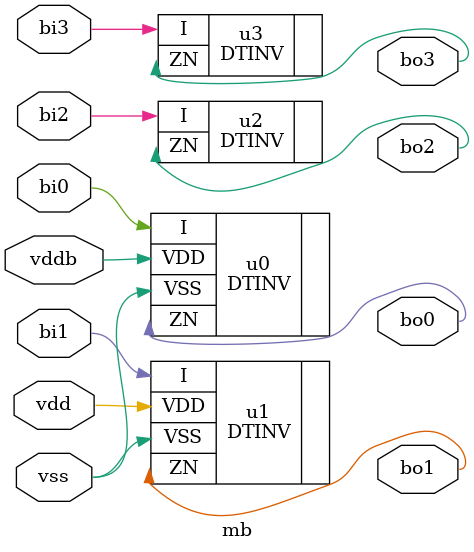
<source format=v>
module top (iso1, iso2, iso3, vdd, vss, vdda, vdda2, vdda3, vddb,
   ai0, ai1, ai2, ai3, ai4, ai5, ai6, ai7, ai8, ai9, ai10, ai11,
   bi0, bi1, bi2, bi3, bi4, bi5, bi6, bi7, bi8, bi9, bi10, bi11,
   ao0, ao1, ao2, ao3, ao4, ao5, ao6, ao7, ao8, ao9, ao10, ao11,
   bo0, bo1, bo2, bo3, bo4, bo5, bo6, bo7, bo8, bo9, bo10, bo11);

   input iso1, iso2, iso3, vdd, vss, vdda, vdda2, vdda3, vddb;
   input ai0, ai1, ai2, ai3, ai4, ai5, ai6, ai7, ai8, ai9, ai10, ai11;
   input bi0, bi1, bi2, bi3, bi4, bi5, bi6, bi7, bi8, bi9, bi10, bi11;
   output ao0, ao1, ao2, ao3, ao4, ao5, ao6, ao7, ao8, ao9, ao10, ao11;
   output bo0, bo1, bo2, bo3, bo4, bo5, bo6, bo7, bo8, bo9, bo10, bo11;
   wire aw0, aw1, aw2, aw3, aw4, aw5, aw6, aw7, aw8, aw9, aw10, aw11;
   wire bo0, bo1, bo2, bo3, bo4, bo5, bo6, bo7, bo8, bo9, bo10, bo11;
   wire dangle, isoinv;

   // A and related isolation
   ma ua (.iso1(iso1), .ai0(ai0), .ai1(ai1), .ai2(ai2), .ai3(ai3),
      .ai4(ai4), .ai5(ai5), .ai6(ai6), .ai7(ai7), .ai8(ai8), .ai9(ai9),
      .ai10(ai10), .ai11(ai11), .ao0(aw0), .ao1(aw1), .ao2(aw2),
      .ao3(aw3), .ao4(aw4), .ao5(aw5), .ao6(aw6), .ao7(aw7),
      .ao8(aw8), .ao9(aw9), .ao10(aw10), .ao11(aw11));
   ISOLO a0 (.I(aw0), .ISO(iso1), .Z(ao0), .VDDAON(vdda),
      .VSS(vss)); // wrong power
   ISOLO a1 (.I(aw1), .ISO(iso1), .Z(ao1), .VDDAON(vdda2),
      .VSS(vss)); // insufficient power, special policy
   ISOLO a2 (.I(aw2), .ISO(iso2), .Z(ao2)); // wrong iso signal
   ISOLO a3 (.I(iso1), .ISO(aw3), .Z(ao3)); // swapped data, 
      // control -- NOT VIOLATING?
   DTINV i4 (.I(iso1), .ZN(isoinv)); // set up for wrong polarity
   ISOLO a4 (.I(aw4), .ISO(isoinv), .Z(ao4)); // wrong polarity
   ISOLO a5 (.I(aw5), .ISO(iso1), .Z(ao5), .VDDAON(vdd),
      .VSS(vss)); // correct power
   ISOLO a8 (.I(1'b1), .ISO(iso1), .Z(ao8)); // tiehi
   ISOLO a9 (.ISO(iso1), .Z(bo9)); // open
   ISOLO a10 (.I(dangle), .ISO(iso1), .Z(ao10)); // dangling net
   DTINV a11 (.I(aw11), .ZN(ao11)); // to pull wrong-loc from below

   // B and related isolation
   mb ub (.bi0(bi0), .bi1(bi1), .bi2(bi2), .bi3(bi3),
      .bo0(bo0), .bo1(bo1), .bo2(bo2), .bo3(bo3),
      .vdd(vdd), .vddb(vddb), .vss(vss));
   ISOLO b0 (.I(bw0), .ISO(iso1), .Z(bo0)); // unneeded, no policy
   ISOLO b1 (.I(bw1), .ISO(iso1), .Z(bo1)); // unneeded, policy
   DTINV b2 (.I(bw2), .ZN(bo2)); // no isolation, policy
   DTINV b3 (.I(bw3), .ZN(bo3)); // neither isolation nor policy
endmodule

module ma (iso1,
   ai0, ai1, ai2, ai3, ai4, ai5, ai6, ai7, ai8, ai9, ai10, ai11,
   ao0, ao1, ao2, ao3, ao4, ao5, ao6, ao7, ao8, ao9, ao10, ao11);

   input iso1;
   input ai0, ai1, ai2, ai3, ai4, ai5, ai6, ai7, ai8, ai9, ai10, ai11;
   output ao0, ao1, ao2, ao3, ao4, ao5, ao6, ao7, ao8, ao9, ao10, ao11;
   wire w11;
   DTINV u0 (.I(ai0),  .ZN(ao0));
   DTINV u1 (.I(ai1),  .ZN(ao1));
   DTINV u2 (.I(ai2),  .ZN(ao2));
   DTINV u3 (.I(ai3),  .ZN(ao3));
   DTINV u4 (.I(ai4),  .ZN(ao4));
   DTINV u5 (.I(ai5),  .ZN(ao5));
   DTINV u6 (.I(ai6),  .ZN(ao6));
   DTINV u7 (.I(ai7),  .ZN(ao7));
   DTINV u8 (.I(ai8),  .ZN(ao8));
   DTINV u9 (.I(ai9),  .ZN(ao9));
   DTINV ua (.I(ai10), .ZN(ao10));
   DTINV ub (.I(ai11), .ZN(w11));
   ISOLO ib (.I(w11), .ISO(iso1), .Z(ao11)); // wrong
      // location -- NOT VIOLATING?
endmodule

module mb (bi0, bi1, bi2, bi3, bo0, bo1, bo2, bo3, vdd, vddb, vss);
   input vdd, vddb, vss, bi0, bi1, bi2, bi3;
   output bo0, bo1, bo2, bo3;
   DTINV u0 (.I(bi0), .ZN(bo0), .VDD(vddb), .VSS(vss)); // right
   DTINV u1 (.I(bi1), .ZN(bo1), .VDD(vdd), .VSS(vss)); // wrong
   DTINV u2 (.I(bi2), .ZN(bo2));
   DTINV u3 (.I(bi3), .ZN(bo3));
endmodule


</source>
